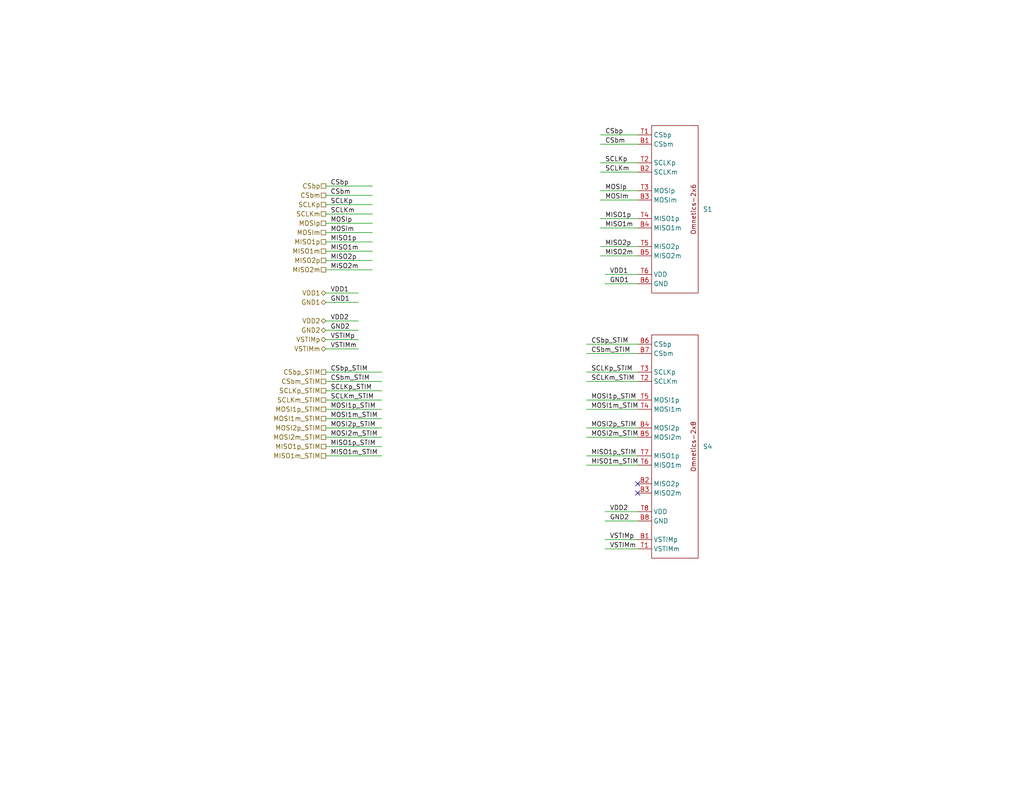
<source format=kicad_sch>
(kicad_sch (version 20231120) (generator "eeschema") (generator_version "8.0")
  (paper "USLetter")
  (title_block (title "HS-128S-Adapter") (date "7/26/2024") (rev "1.0.0") (company "OpenIC"))
  (lib_symbols
    (symbol "openic:CONN-OMNETICS_PZN-16-AA-RHD2000-CABLE-AMP-SIDE"
      (property "Reference" "S" (at -3.81 31.75 0))
      (symbol "CONN-OMNETICS_PZN-16-AA-RHD2000-CABLE-AMP-SIDE_0_1"
        (rectangle (start -5.08 30.48) (end 7.62 -30.48))
      )
      (symbol "CONN-OMNETICS_PZN-16-AA-RHD2000-CABLE-AMP-SIDE_1_1"
        (text "Omnetics-2x8" (at 6.35 0 900) (effects (font (size 1.27 1.27))))
        (pin passive line (at -8.89 -25.4 0) (length 3.81) (name "VSTIMp") (number "B1"))
        (pin passive line (at -8.89 -10.16 0) (length 3.81) (name "MISO2p") (number "B2"))
        (pin passive line (at -8.89 -12.7 0) (length 3.81) (name "MISO2m") (number "B3"))
        (pin passive line (at -8.89 5.08 0) (length 3.81) (name "MOSI2p") (number "B4"))
        (pin passive line (at -8.89 2.54 0) (length 3.81) (name "MOSI2m") (number "B5"))
        (pin passive line (at -8.89 27.94 0) (length 3.81) (name "CSbp") (number "B6"))
        (pin passive line (at -8.89 25.4 0) (length 3.81) (name "CSbm") (number "B7"))
        (pin passive line (at -8.89 -20.32 0) (length 3.81) (name "GND") (number "B8"))
        (pin passive line (at -8.89 -27.94 0) (length 3.81) (name "VSTIMm") (number "T1"))
        (pin passive line (at -8.89 17.78 0) (length 3.81) (name "SCLKm") (number "T2"))
        (pin passive line (at -8.89 20.32 0) (length 3.81) (name "SCLKp") (number "T3"))
        (pin passive line (at -8.89 10.16 0) (length 3.81) (name "MOSI1m") (number "T4"))
        (pin passive line (at -8.89 12.7 0) (length 3.81) (name "MOSI1p") (number "T5"))
        (pin passive line (at -8.89 -5.08 0) (length 3.81) (name "MISO1m") (number "T6"))
        (pin passive line (at -8.89 -2.54 0) (length 3.81) (name "MISO1p") (number "T7"))
        (pin passive line (at -8.89 -17.78 0) (length 3.81) (name "VDD") (number "T8"))
      )
    )
    (symbol "openic:CONN-RHD2000-CABLE-AMP-SIDE"
      (property "Reference" "S" (at -3.81 24.13 0))
      (symbol "CONN-RHD2000-CABLE-AMP-SIDE_0_1"
        (rectangle (start -5.08 22.86) (end 7.62 -22.86))
      )
      (symbol "CONN-RHD2000-CABLE-AMP-SIDE_1_1"
        (text "Omnetics-2x6" (at 6.35 0 900) (effects (font (size 1.27 1.27))))
        (pin passive line (at -8.89 17.78 0) (length 3.81) (name "CSbm") (number "B1"))
        (pin passive line (at -8.89 10.16 0) (length 3.81) (name "SCLKm") (number "B2"))
        (pin passive line (at -8.89 2.54 0) (length 3.81) (name "MOSIm") (number "B3"))
        (pin passive line (at -8.89 -5.08 0) (length 3.81) (name "MISO1m") (number "B4"))
        (pin passive line (at -8.89 -12.7 0) (length 3.81) (name "MISO2m") (number "B5"))
        (pin passive line (at -8.89 -20.32 0) (length 3.81) (name "GND") (number "B6"))
        (pin passive line (at -8.89 20.32 0) (length 3.81) (name "CSbp") (number "T1"))
        (pin passive line (at -8.89 12.7 0) (length 3.81) (name "SCLKp") (number "T2"))
        (pin passive line (at -8.89 5.08 0) (length 3.81) (name "MOSIp") (number "T3"))
        (pin passive line (at -8.89 -2.54 0) (length 3.81) (name "MISO1p") (number "T4"))
        (pin passive line (at -8.89 -10.16 0) (length 3.81) (name "MISO2p") (number "T5"))
        (pin passive line (at -8.89 -17.78 0) (length 3.81) (name "VDD") (number "T6"))
      )
    )
  )
  (no_connect (at 173.99 132.08))
  (no_connect (at 173.99 134.62))
  (wire (pts (xy 88.9 82.55) (xy 97.79 82.55)))
  (wire (pts (xy 163.83 46.99) (xy 173.99 46.99)))
  (wire (pts (xy 160.02 119.38) (xy 173.99 119.38)))
  (wire (pts (xy 88.9 124.46) (xy 104.14 124.46)))
  (wire (pts (xy 165.1 149.86) (xy 173.99 149.86)))
  (wire (pts (xy 160.02 127) (xy 173.99 127)))
  (wire (pts (xy 160.02 101.6) (xy 173.99 101.6)))
  (wire (pts (xy 88.9 58.42) (xy 101.6 58.42)))
  (wire (pts (xy 160.02 124.46) (xy 173.99 124.46)))
  (wire (pts (xy 88.9 92.71) (xy 97.79 92.71)))
  (wire (pts (xy 88.9 121.92) (xy 104.14 121.92)))
  (wire (pts (xy 163.83 67.31) (xy 173.99 67.31)))
  (wire (pts (xy 163.83 59.69) (xy 173.99 59.69)))
  (wire (pts (xy 88.9 109.22) (xy 104.14 109.22)))
  (wire (pts (xy 88.9 66.04) (xy 101.6 66.04)))
  (wire (pts (xy 88.9 101.6) (xy 104.14 101.6)))
  (wire (pts (xy 163.83 52.07) (xy 173.99 52.07)))
  (wire (pts (xy 88.9 63.5) (xy 101.6 63.5)))
  (wire (pts (xy 88.9 87.63) (xy 97.79 87.63)))
  (wire (pts (xy 88.9 95.25) (xy 97.79 95.25)))
  (wire (pts (xy 88.9 50.8) (xy 101.6 50.8)))
  (wire (pts (xy 160.02 93.98) (xy 173.99 93.98)))
  (wire (pts (xy 163.83 69.85) (xy 173.99 69.85)))
  (wire (pts (xy 88.9 71.12) (xy 101.6 71.12)))
  (wire (pts (xy 163.83 36.83) (xy 173.99 36.83)))
  (wire (pts (xy 88.9 111.76) (xy 104.14 111.76)))
  (wire (pts (xy 88.9 114.3) (xy 104.14 114.3)))
  (wire (pts (xy 88.9 53.34) (xy 101.6 53.34)))
  (wire (pts (xy 88.9 80.01) (xy 97.79 80.01)))
  (wire (pts (xy 163.83 62.23) (xy 173.99 62.23)))
  (wire (pts (xy 160.02 104.14) (xy 173.99 104.14)))
  (wire (pts (xy 88.9 104.14) (xy 104.14 104.14)))
  (wire (pts (xy 160.02 116.84) (xy 173.99 116.84)))
  (wire (pts (xy 88.9 106.68) (xy 104.14 106.68)))
  (wire (pts (xy 88.9 90.17) (xy 97.79 90.17)))
  (wire (pts (xy 165.1 74.93) (xy 173.99 74.93)))
  (wire (pts (xy 160.02 96.52) (xy 173.99 96.52)))
  (wire (pts (xy 160.02 111.76) (xy 173.99 111.76)))
  (wire (pts (xy 88.9 116.84) (xy 104.14 116.84)))
  (wire (pts (xy 163.83 44.45) (xy 173.99 44.45)))
  (wire (pts (xy 88.9 119.38) (xy 104.14 119.38)))
  (wire (pts (xy 165.1 139.7) (xy 173.99 139.7)))
  (wire (pts (xy 88.9 60.96) (xy 101.6 60.96)))
  (wire (pts (xy 165.1 77.47) (xy 173.99 77.47)))
  (wire (pts (xy 165.1 147.32) (xy 173.99 147.32)))
  (wire (pts (xy 163.83 39.37) (xy 173.99 39.37)))
  (wire (pts (xy 88.9 68.58) (xy 101.6 68.58)))
  (wire (pts (xy 88.9 55.88) (xy 101.6 55.88)))
  (wire (pts (xy 165.1 142.24) (xy 173.99 142.24)))
  (wire (pts (xy 160.02 109.22) (xy 173.99 109.22)))
  (wire (pts (xy 88.9 73.66) (xy 101.6 73.66)))
  (wire (pts (xy 163.83 54.61) (xy 173.99 54.61)))
  (label "VSTIMm" (at 166.37 149.86 0))
  (label "CSbp" (at 165.1 36.83 0))
  (label "MOSIm" (at 90.17 63.5 0))
  (label "MISO1p" (at 90.17 66.04 0))
  (label "CSbp_STIM" (at 161.29 93.98 0))
  (label "VSTIMm" (at 90.17 95.25 0))
  (label "VDD2" (at 90.17 87.63 0))
  (label "GND2" (at 90.17 90.17 0))
  (label "MOSI2p_STIM" (at 90.17 116.84 0))
  (label "CSbp_STIM" (at 90.17 101.6 0))
  (label "MISO1p" (at 165.1 59.69 0))
  (label "VDD1" (at 90.17 80.01 0))
  (label "SCLKp" (at 165.1 44.45 0))
  (label "MISO1m_STIM" (at 161.29 127 0))
  (label "MISO1m" (at 165.1 62.23 0))
  (label "SCLKp_STIM" (at 90.17 106.68 0))
  (label "MISO1m_STIM" (at 90.17 124.46 0))
  (label "MISO2p" (at 90.17 71.12 0))
  (label "CSbm" (at 90.17 53.34 0))
  (label "MISO1p_STIM" (at 90.17 121.92 0))
  (label "CSbm" (at 165.1 39.37 0))
  (label "VSTIMp" (at 90.17 92.71 0))
  (label "SCLKm_STIM" (at 90.17 109.22 0))
  (label "MOSIm" (at 165.1 54.61 0))
  (label "GND2" (at 166.37 142.24 0))
  (label "MOSI1p_STIM" (at 161.29 109.22 0))
  (label "SCLKp" (at 90.17 55.88 0))
  (label "SCLKm" (at 165.1 46.99 0))
  (label "VSTIMp" (at 166.37 147.32 0))
  (label "MOSI2m_STIM" (at 161.29 119.38 0))
  (label "CSbm_STIM" (at 90.17 104.14 0))
  (label "SCLKm_STIM" (at 161.29 104.14 0))
  (label "CSbp" (at 90.17 50.8 0))
  (label "CSbm_STIM" (at 161.29 96.52 0))
  (label "VDD1" (at 166.37 74.93 0))
  (label "MISO2m" (at 90.17 73.66 0))
  (label "MOSIp" (at 165.1 52.07 0))
  (label "MOSI1m_STIM" (at 90.17 114.3 0))
  (label "MOSI1p_STIM" (at 90.17 111.76 0))
  (label "MISO1p_STIM" (at 161.29 124.46 0))
  (label "GND1" (at 166.37 77.47 0))
  (label "VDD2" (at 166.37 139.7 0))
  (label "GND1" (at 90.17 82.55 0))
  (label "MISO2p" (at 165.1 67.31 0))
  (label "SCLKm" (at 90.17 58.42 0))
  (label "MISO2m" (at 165.1 69.85 0))
  (label "MOSI2p_STIM" (at 161.29 116.84 0))
  (label "SCLKp_STIM" (at 161.29 101.6 0))
  (label "MISO1m" (at 90.17 68.58 0))
  (label "MOSI1m_STIM" (at 161.29 111.76 0))
  (label "MOSIp" (at 90.17 60.96 0))
  (label "MOSI2m_STIM" (at 90.17 119.38 0))
  (hierarchical_label "MOSI1p_STIM" (shape passive) (at 88.9 111.76 180))
  (hierarchical_label "MISO1m_STIM" (shape passive) (at 88.9 124.46 180))
  (hierarchical_label "VDD2" (shape bidirectional) (at 88.9 87.63 180))
  (hierarchical_label "VSTIMm" (shape bidirectional) (at 88.9 95.25 180))
  (hierarchical_label "MOSI2m_STIM" (shape passive) (at 88.9 119.38 180))
  (hierarchical_label "CSbm" (shape passive) (at 88.9 53.34 180))
  (hierarchical_label "MISO1p" (shape passive) (at 88.9 66.04 180))
  (hierarchical_label "SCLKm_STIM" (shape passive) (at 88.9 109.22 180))
  (hierarchical_label "CSbm_STIM" (shape passive) (at 88.9 104.14 180))
  (hierarchical_label "MOSI1m_STIM" (shape passive) (at 88.9 114.3 180))
  (hierarchical_label "MOSIp" (shape passive) (at 88.9 60.96 180))
  (hierarchical_label "MISO1m" (shape passive) (at 88.9 68.58 180))
  (hierarchical_label "GND1" (shape bidirectional) (at 88.9 82.55 180))
  (hierarchical_label "VSTIMp" (shape bidirectional) (at 88.9 92.71 180))
  (hierarchical_label "VDD1" (shape bidirectional) (at 88.9 80.01 180))
  (hierarchical_label "MISO2m" (shape passive) (at 88.9 73.66 180))
  (hierarchical_label "GND2" (shape bidirectional) (at 88.9 90.17 180))
  (hierarchical_label "CSbp_STIM" (shape passive) (at 88.9 101.6 180))
  (hierarchical_label "MOSIm" (shape passive) (at 88.9 63.5 180))
  (hierarchical_label "MOSI2p_STIM" (shape passive) (at 88.9 116.84 180))
  (hierarchical_label "SCLKp_STIM" (shape passive) (at 88.9 106.68 180))
  (hierarchical_label "MISO2p" (shape passive) (at 88.9 71.12 180))
  (hierarchical_label "SCLKm" (shape passive) (at 88.9 58.42 180))
  (hierarchical_label "SCLKp" (shape passive) (at 88.9 55.88 180))
  (hierarchical_label "CSbp" (shape passive) (at 88.9 50.8 180))
  (hierarchical_label "MISO1p_STIM" (shape passive) (at 88.9 121.92 180))
  (symbol (lib_id "openic:CONN-OMNETICS_PZN-16-AA-RHD2000-CABLE-AMP-SIDE") (at 182.88 121.92 0) (unit 1)
    (property "Reference" "S4" (at 191.77 121.9199 0) (effects (justify left)))
    (property "Footprint" "openic:OMNETICS_PZN-16-AA" (effects (hide yes)))
    (property "Description" "16-pin Omnetics Connector for RHD2000" (effects (hide yes)))
    (property "MPN" "A79633-001" (effects (hide yes)))
    (property "Manufacturer" "Omnetics" (effects (hide yes)))
  )
  (symbol (lib_id "openic:CONN-RHD2000-CABLE-AMP-SIDE") (at 182.88 57.15 0) (unit 1)
    (property "Reference" "S1" (at 191.77 57.1499 0) (effects (justify left)))
    (property "Footprint" "openic:OMNETICS_PZN-12-AA" (effects (hide yes)))
    (property "Description" "12-pin Omnetics connector for RHD2000-Cable-Amp-Side" (effects (hide yes)))
    (property "MPN" "A79623-001" (effects (hide yes)))
    (property "Manufacturer" "Omnetics" (effects (hide yes)))
  )
)
</source>
